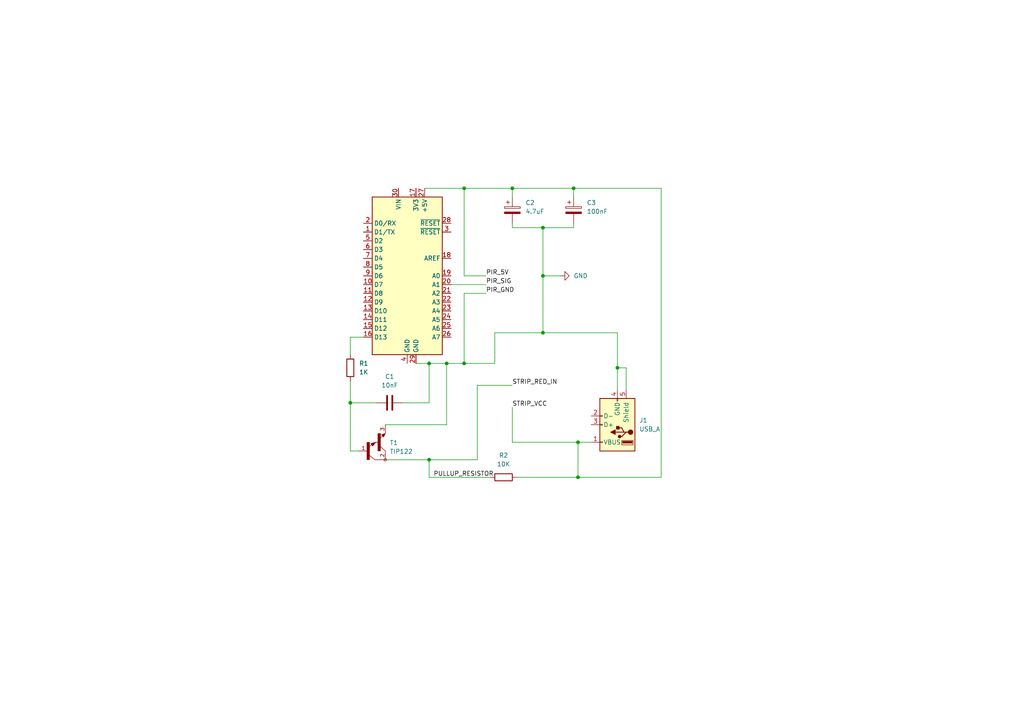
<source format=kicad_sch>
(kicad_sch (version 20231120) (generator "eeschema") (generator_version "8.0")
  (paper "A4")
  (lib_symbols
    (symbol "Connector:USB_A" (pin_names (offset 1.016))
      (property "Reference" "J" (at -5.08 11.43 0))
      (property "Value" "USB_A" (at -5.08 8.89 0))
      (symbol "USB_A_0_1"
        (rectangle (start -5.08 -7.62) (end 5.08 7.62) (stroke (width 0.254)) (fill (type background)))
        (circle (center -3.81 2.159) (radius 0.635) (stroke (width 0.254)) (fill (type outline)))
        (rectangle (start -1.524 4.826) (end -4.318 5.334) (fill (type outline)))
        (rectangle (start -1.27 4.572) (end -4.572 5.842))
        (circle (center -0.635 3.429) (radius 0.381) (stroke (width 0.254)) (fill (type outline)))
        (rectangle (start -0.127 -7.62) (end 0.127 -6.858))
        (polyline (pts (xy -3.175 2.159) (xy -2.54 2.159) (xy -1.27 3.429) (xy -0.635 3.429)) (stroke (width 0.254)))
        (polyline (pts (xy -2.54 2.159) (xy -1.905 2.159) (xy -1.27 0.889) (xy 0 0.889)) (stroke (width 0.254)))
        (polyline (pts (xy 0.635 2.794) (xy 0.635 1.524) (xy 1.905 2.159) (xy 0.635 2.794)) (stroke (width 0.254)) (fill (type outline)))
        (rectangle (start 0.254 1.27) (end -0.508 0.508) (stroke (width 0.254)) (fill (type outline)))
        (rectangle (start 5.08 -2.667) (end 4.318 -2.413))
        (rectangle (start 5.08 -0.127) (end 4.318 0.127))
        (rectangle (start 5.08 4.953) (end 4.318 5.207))
      )
      (symbol "USB_A_1_1"
        (polyline (pts (xy -1.905 2.159) (xy 0.635 2.159)) (stroke (width 0.254)))
        (pin power_in line (at 7.62 5.08 180) (length 2.54) (name "VBUS") (number "1"))
        (pin bidirectional line (at 7.62 -2.54 180) (length 2.54) (name "D-") (number "2"))
        (pin bidirectional line (at 7.62 0 180) (length 2.54) (name "D+") (number "3"))
        (pin power_in line (at 0 -10.16 90) (length 2.54) (name "GND") (number "4"))
        (pin passive line (at -2.54 -10.16 90) (length 2.54) (name "Shield") (number "5"))
      )
    )
    (symbol "Device:C" (pin_numbers hide) (pin_names (offset 0.254))
      (property "Reference" "C" (at 0.635 2.54 0))
      (property "Value" "C" (at 0.635 -2.54 0))
      (symbol "C_0_1"
        (polyline (pts (xy -2.032 -0.762) (xy 2.032 -0.762)) (stroke (width 0.508)))
        (polyline (pts (xy -2.032 0.762) (xy 2.032 0.762)) (stroke (width 0.508)))
      )
      (symbol "C_1_1"
        (pin passive line (at 0 3.81 270) (length 2.794) (name "~") (number "1"))
        (pin passive line (at 0 -3.81 90) (length 2.794) (name "~") (number "2"))
      )
    )
    (symbol "Device:C_Polarized" (pin_numbers hide) (pin_names (offset 0.254))
      (property "Reference" "C" (at 0.635 2.54 0))
      (property "Value" "C_Polarized" (at 0.635 -2.54 0))
      (symbol "C_Polarized_0_1"
        (rectangle (start -2.286 0.508) (end 2.286 1.016))
        (polyline (pts (xy -1.778 2.286) (xy -0.762 2.286)))
        (polyline (pts (xy -1.27 2.794) (xy -1.27 1.778)))
        (rectangle (start 2.286 -0.508) (end -2.286 -1.016) (fill (type outline)))
      )
      (symbol "C_Polarized_1_1"
        (pin passive line (at 0 3.81 270) (length 2.794) (name "~") (number "1"))
        (pin passive line (at 0 -3.81 90) (length 2.794) (name "~") (number "2"))
      )
    )
    (symbol "Device:R" (pin_numbers hide) (pin_names (offset 0))
      (property "Reference" "R" (at 2.032 0 90))
      (property "Value" "R" (at 0 0 90))
      (symbol "R_0_1"
        (rectangle (start -1.016 -2.54) (end 1.016 2.54) (stroke (width 0.254)))
      )
      (symbol "R_1_1"
        (pin passive line (at 0 3.81 270) (length 1.27) (name "~") (number "1"))
        (pin passive line (at 0 -3.81 90) (length 1.27) (name "~") (number "2"))
      )
    )
    (symbol "MCU_Module:Arduino_Nano_v3.x"
      (property "Reference" "A" (at -10.16 23.495 0))
      (property "Value" "Arduino_Nano_v3.x" (at 5.08 -24.13 0))
      (symbol "Arduino_Nano_v3.x_0_1"
        (rectangle (start -10.16 22.86) (end 10.16 -22.86) (stroke (width 0.254)) (fill (type background)))
      )
      (symbol "Arduino_Nano_v3.x_1_1"
        (pin bidirectional line (at -12.7 12.7 0) (length 2.54) (name "D1/TX") (number "1"))
        (pin bidirectional line (at -12.7 -2.54 0) (length 2.54) (name "D7") (number "10"))
        (pin bidirectional line (at -12.7 -5.08 0) (length 2.54) (name "D8") (number "11"))
        (pin bidirectional line (at -12.7 -7.62 0) (length 2.54) (name "D9") (number "12"))
        (pin bidirectional line (at -12.7 -10.16 0) (length 2.54) (name "D10") (number "13"))
        (pin bidirectional line (at -12.7 -12.7 0) (length 2.54) (name "D11") (number "14"))
        (pin bidirectional line (at -12.7 -15.24 0) (length 2.54) (name "D12") (number "15"))
        (pin bidirectional line (at -12.7 -17.78 0) (length 2.54) (name "D13") (number "16"))
        (pin power_out line (at 2.54 25.4 270) (length 2.54) (name "3V3") (number "17"))
        (pin input line (at 12.7 5.08 180) (length 2.54) (name "AREF") (number "18"))
        (pin bidirectional line (at 12.7 0 180) (length 2.54) (name "A0") (number "19"))
        (pin bidirectional line (at -12.7 15.24 0) (length 2.54) (name "D0/RX") (number "2"))
        (pin bidirectional line (at 12.7 -2.54 180) (length 2.54) (name "A1") (number "20"))
        (pin bidirectional line (at 12.7 -5.08 180) (length 2.54) (name "A2") (number "21"))
        (pin bidirectional line (at 12.7 -7.62 180) (length 2.54) (name "A3") (number "22"))
        (pin bidirectional line (at 12.7 -10.16 180) (length 2.54) (name "A4") (number "23"))
        (pin bidirectional line (at 12.7 -12.7 180) (length 2.54) (name "A5") (number "24"))
        (pin bidirectional line (at 12.7 -15.24 180) (length 2.54) (name "A6") (number "25"))
        (pin bidirectional line (at 12.7 -17.78 180) (length 2.54) (name "A7") (number "26"))
        (pin power_out line (at 5.08 25.4 270) (length 2.54) (name "+5V") (number "27"))
        (pin input line (at 12.7 15.24 180) (length 2.54) (name "~{RESET}") (number "28"))
        (pin power_in line (at 2.54 -25.4 90) (length 2.54) (name "GND") (number "29"))
        (pin input line (at 12.7 12.7 180) (length 2.54) (name "~{RESET}") (number "3"))
        (pin power_in line (at -2.54 25.4 270) (length 2.54) (name "VIN") (number "30"))
        (pin power_in line (at 0 -25.4 90) (length 2.54) (name "GND") (number "4"))
        (pin bidirectional line (at -12.7 10.16 0) (length 2.54) (name "D2") (number "5"))
        (pin bidirectional line (at -12.7 7.62 0) (length 2.54) (name "D3") (number "6"))
        (pin bidirectional line (at -12.7 5.08 0) (length 2.54) (name "D4") (number "7"))
        (pin bidirectional line (at -12.7 2.54 0) (length 2.54) (name "D5") (number "8"))
        (pin bidirectional line (at -12.7 0 0) (length 2.54) (name "D6") (number "9"))
      )
    )
    (symbol "TIP122:TIP122" (pin_names (offset 1.016))
      (property "Reference" "T" (at -6.3504 7.6205 0))
      (property "Value" "TIP122" (at -4.0719 5.0899 0))
      (symbol "TIP122_0_0"
        (rectangle (start -0.2544 -2.5438) (end 0.508 2.54) (stroke (width 0.1)) (fill (type outline)))
        (polyline (pts (xy 0.916 -2.186) (xy 1.424 -1.424)) (stroke (width 0.1524)))
        (polyline (pts (xy 1.016 -2.159) (xy 2.032 -2.413)) (stroke (width 0.127)))
        (polyline (pts (xy 1.143 -2.032) (xy 1.905 -2.286)) (stroke (width 0.254)))
        (polyline (pts (xy 1.186 -1.84) (xy 0.208 -1.197)) (stroke (width 0.1524)))
        (polyline (pts (xy 1.397 -1.778) (xy 1.397 -1.905)) (stroke (width 0.254)))
        (polyline (pts (xy 1.397 -1.651) (xy 1.143 -2.032)) (stroke (width 0.127)))
        (polyline (pts (xy 1.397 -1.524) (xy 1.016 -2.159)) (stroke (width 0.127)))
        (polyline (pts (xy 1.424 -1.424) (xy 2.286 -2.54)) (stroke (width 0.1524)))
        (polyline (pts (xy 1.905 -2.286) (xy 1.397 -1.778)) (stroke (width 0.254)))
        (polyline (pts (xy 2.032 -2.413) (xy 1.397 -1.651)) (stroke (width 0.127)))
        (polyline (pts (xy 2.032 2.54) (xy 0.508 1.27)) (stroke (width 0.1524)))
        (polyline (pts (xy 2.159 -2.413) (xy 1.397 -1.524)) (stroke (width 0.127)))
        (polyline (pts (xy 2.286 -2.54) (xy 0.916 -2.186)) (stroke (width 0.1524)))
        (polyline (pts (xy 2.921 -2.54) (xy 2.286 -2.54)) (stroke (width 0.1524)))
        (polyline (pts (xy 3.964 -4.699) (xy 4.572 -4.064)) (stroke (width 0.1524)))
        (polyline (pts (xy 4.064 -4.699) (xy 4.826 -4.953)) (stroke (width 0.127)))
        (polyline (pts (xy 4.191 -4.699) (xy 4.699 -4.826)) (stroke (width 0.254)))
        (polyline (pts (xy 4.28 -4.38) (xy 3.483 -3.61)) (stroke (width 0.1524)))
        (polyline (pts (xy 4.572 -4.572) (xy 4.445 -4.572)) (stroke (width 0.254)))
        (polyline (pts (xy 4.572 -4.318) (xy 4.191 -4.699)) (stroke (width 0.254)))
        (polyline (pts (xy 4.572 -4.191) (xy 4.064 -4.699)) (stroke (width 0.127)))
        (polyline (pts (xy 4.572 -4.064) (xy 5.08 -5.08)) (stroke (width 0.1524)))
        (polyline (pts (xy 4.699 -4.826) (xy 4.572 -4.572)) (stroke (width 0.254)))
        (polyline (pts (xy 4.826 -4.953) (xy 4.572 -4.318)) (stroke (width 0.127)))
        (polyline (pts (xy 4.953 -4.953) (xy 4.572 -4.191)) (stroke (width 0.127)))
        (polyline (pts (xy 5.08 -5.08) (xy 3.964 -4.699)) (stroke (width 0.1524)))
        (polyline (pts (xy 5.08 0) (xy 3.683 -1.27)) (stroke (width 0.1524)))
        (polyline (pts (xy 5.08 2.54) (xy 2.032 2.54)) (stroke (width 0.1524)))
        (rectangle (start 2.924 -5.0853) (end 3.683 0) (stroke (width 0.1)) (fill (type outline)))
        (circle (center 5.08 2.54) (radius 0.381))
        (pin passive line (at -2.54 0 0) (length 2.54) (name "~") (number "1"))
        (pin passive line (at 5.08 2.54 270) (length 2.54) (name "~") (number "2"))
        (pin passive line (at 5.08 -7.62 90) (length 2.54) (name "~") (number "3"))
      )
    )
    (symbol "power:GND" (power) (pin_numbers hide) (pin_names (offset 0) hide)
      (property "Value" "GND" (at 0 -3.81 0))
      (symbol "GND_0_1"
        (polyline (pts (xy 0 0) (xy 0 -1.27) (xy 1.27 -1.27) (xy 0 -2.54) (xy -1.27 -1.27) (xy 0 -1.27)))
      )
      (symbol "GND_1_1"
        (pin power_in line (at 0 0 270) (length 0) (name "~") (number "1"))
      )
    )
  )
  (junction (at 166.37 54.61))
  (junction (at 179.07 106.68))
  (junction (at 157.48 66.04))
  (junction (at 148.59 54.61))
  (junction (at 134.62 105.41))
  (junction (at 101.6 116.84))
  (junction (at 124.46 105.41))
  (junction (at 167.64 138.43))
  (junction (at 157.48 80.01))
  (junction (at 157.48 96.52))
  (junction (at 129.54 105.41))
  (junction (at 124.46 133.35))
  (junction (at 167.64 128.27))
  (junction (at 134.62 54.61))
  (wire (pts (xy 166.37 66.04) (xy 166.37 64.77)))
  (wire (pts (xy 138.43 133.35) (xy 138.43 111.76)))
  (wire (pts (xy 181.61 113.03) (xy 181.61 106.68)))
  (wire (pts (xy 143.51 105.41) (xy 134.62 105.41)))
  (wire (pts (xy 148.59 54.61) (xy 134.62 54.61)))
  (wire (pts (xy 134.62 85.09) (xy 140.97 85.09)))
  (wire (pts (xy 148.59 57.15) (xy 148.59 54.61)))
  (wire (pts (xy 129.54 123.19) (xy 111.76 123.19)))
  (wire (pts (xy 130.81 82.55) (xy 140.97 82.55)))
  (wire (pts (xy 149.86 138.43) (xy 167.64 138.43)))
  (wire (pts (xy 143.51 96.52) (xy 143.51 105.41)))
  (wire (pts (xy 124.46 105.41) (xy 124.46 116.84)))
  (wire (pts (xy 129.54 105.41) (xy 134.62 105.41)))
  (wire (pts (xy 166.37 57.15) (xy 166.37 54.61)))
  (wire (pts (xy 191.77 138.43) (xy 191.77 54.61)))
  (wire (pts (xy 124.46 138.43) (xy 124.46 133.35)))
  (wire (pts (xy 124.46 133.35) (xy 138.43 133.35)))
  (wire (pts (xy 116.84 116.84) (xy 124.46 116.84)))
  (wire (pts (xy 111.76 133.35) (xy 124.46 133.35)))
  (wire (pts (xy 148.59 118.11) (xy 148.59 128.27)))
  (wire (pts (xy 157.48 66.04) (xy 166.37 66.04)))
  (wire (pts (xy 142.24 138.43) (xy 124.46 138.43)))
  (wire (pts (xy 191.77 54.61) (xy 166.37 54.61)))
  (wire (pts (xy 123.19 54.61) (xy 134.62 54.61)))
  (wire (pts (xy 104.14 130.81) (xy 101.6 130.81)))
  (wire (pts (xy 105.41 97.79) (xy 101.6 97.79)))
  (wire (pts (xy 157.48 66.04) (xy 157.48 80.01)))
  (wire (pts (xy 167.64 138.43) (xy 191.77 138.43)))
  (wire (pts (xy 101.6 116.84) (xy 101.6 130.81)))
  (wire (pts (xy 157.48 80.01) (xy 157.48 96.52)))
  (wire (pts (xy 120.65 105.41) (xy 124.46 105.41)))
  (wire (pts (xy 179.07 106.68) (xy 179.07 96.52)))
  (wire (pts (xy 101.6 110.49) (xy 101.6 116.84)))
  (wire (pts (xy 101.6 97.79) (xy 101.6 102.87)))
  (wire (pts (xy 124.46 105.41) (xy 129.54 105.41)))
  (wire (pts (xy 167.64 128.27) (xy 171.45 128.27)))
  (wire (pts (xy 181.61 106.68) (xy 179.07 106.68)))
  (wire (pts (xy 134.62 105.41) (xy 134.62 85.09)))
  (wire (pts (xy 162.56 80.01) (xy 157.48 80.01)))
  (wire (pts (xy 166.37 54.61) (xy 148.59 54.61)))
  (wire (pts (xy 134.62 80.01) (xy 140.97 80.01)))
  (wire (pts (xy 148.59 128.27) (xy 167.64 128.27)))
  (wire (pts (xy 109.22 116.84) (xy 101.6 116.84)))
  (wire (pts (xy 167.64 128.27) (xy 167.64 138.43)))
  (wire (pts (xy 157.48 96.52) (xy 143.51 96.52)))
  (wire (pts (xy 179.07 96.52) (xy 157.48 96.52)))
  (wire (pts (xy 138.43 111.76) (xy 148.59 111.76)))
  (wire (pts (xy 179.07 113.03) (xy 179.07 106.68)))
  (wire (pts (xy 148.59 64.77) (xy 148.59 66.04)))
  (wire (pts (xy 134.62 54.61) (xy 134.62 80.01)))
  (wire (pts (xy 148.59 66.04) (xy 157.48 66.04)))
  (wire (pts (xy 129.54 105.41) (xy 129.54 123.19)))
  (label "PIR_SIG" (at 140.97 82.55 0))
  (label "PIR_GND" (at 140.97 85.09 0))
  (label "STRIP_RED_IN" (at 148.59 111.76 0))
  (label "PULLUP_RESISTOR" (at 125.73 138.43 0))
  (label "STRIP_VCC" (at 148.59 118.11 0))
  (label "PIR_5V" (at 140.97 80.01 0))
  (symbol (lib_id "power:GND") (at 162.56 80.01 90) (unit 1)
    (property "Reference" "#PWR01" (effects (hide yes)))
    (property "Value" "GND" (at 166.37 80.0099 90) (effects (justify right)))
    (property "Description" "Power symbol creates a global label with name \"GND\" , ground" (effects (hide yes)))
  )
  (symbol (lib_id "Device:C_Polarized") (at 148.59 60.96 0) (unit 1)
    (property "Reference" "C2" (at 152.4 58.8009 0) (effects (justify left)))
    (property "Value" "4.7uF" (at 152.4 61.3409 0) (effects (justify left)))
    (property "Description" "Polarized capacitor" (effects (hide yes)))
  )
  (symbol (lib_id "Device:C") (at 113.03 116.84 90) (unit 1)
    (property "Reference" "C1" (at 113.03 109.22 90))
    (property "Value" "10nF" (at 113.03 111.76 90))
    (property "Description" "Unpolarized capacitor" (effects (hide yes)))
  )
  (symbol (lib_id "Connector:USB_A") (at 179.07 123.19 180) (unit 1)
    (property "Reference" "J1" (at 185.42 121.9199 0) (effects (justify right)))
    (property "Value" "USB_A" (at 185.42 124.4599 0) (effects (justify right)))
    (property "Description" "USB Type A connector" (effects (hide yes)))
  )
  (symbol (lib_id "TIP122:TIP122") (at 106.68 130.81 0) (mirror x) (unit 1)
    (property "Reference" "T1" (at 113.03 128.4223 0) (effects (justify left)))
    (property "Value" "TIP122" (at 113.03 130.9623 0) (effects (justify left)))
    (property "Footprint" "TIP122:TO220" (effects (hide yes)))
    (property "MF" "ON Semiconductor" (effects (hide yes)))
    (property "Description_1" "\nBipolar (BJT) Transistor NPN - Darlington 100 V 5 A - 2 W Through Hole TO-220-3\n" (effects (hide yes)))
    (property "Package" "TO-220-3 ON Semiconductor" (effects (hide yes)))
    (property "Price" "None" (effects (hide yes)))
    (property "SnapEDA_Link" "https://www.snapeda.com/parts/TIP122/Onsemi/view-part/?ref=snap" (effects (hide yes)))
    (property "MP" "TIP122" (effects (hide yes)))
    (property "Purchase-URL" "https://www.snapeda.com/api/url_track_click_mouser/?unipart_id=550441&manufacturer=ON Semiconductor&part_name=TIP122&search_term=None" (effects (hide yes)))
    (property "Availability" "In Stock" (effects (hide yes)))
    (property "Check_prices" "https://www.snapeda.com/parts/TIP122/Onsemi/view-part/?ref=eda" (effects (hide yes)))
  )
  (symbol (lib_id "MCU_Module:Arduino_Nano_v3.x") (at 118.11 80.01 0) (unit 1)
    (property "Reference" "A1" (effects (hide yes)))
    (property "Value" "Arduino_Nano_v3.x" (effects (hide yes)))
    (property "Footprint" "Module:Arduino_Nano" (effects (hide yes)))
    (property "Datasheet" "http://www.mouser.com/pdfdocs/Gravitech_Arduino_Nano3_0.pdf" (effects (hide yes)))
    (property "Description" "Arduino Nano v3.x" (effects (hide yes)))
  )
  (symbol (lib_id "Device:R") (at 146.05 138.43 90) (unit 1)
    (property "Reference" "R2" (at 146.05 132.08 90))
    (property "Value" "10K" (at 146.05 134.62 90))
    (property "Description" "Resistor" (effects (hide yes)))
  )
  (symbol (lib_id "Device:R") (at 101.6 106.68 0) (unit 1)
    (property "Reference" "R1" (at 104.14 105.4099 0) (effects (justify left)))
    (property "Value" "1K" (at 104.14 107.9499 0) (effects (justify left)))
    (property "Footprint" "Resistor_THT:R_Axial_DIN0207_L6.3mm_D2.5mm_P10.16mm_Horizontal" (effects (hide yes)))
    (property "Description" "Resistor" (effects (hide yes)))
  )
  (symbol (lib_id "Device:C_Polarized") (at 166.37 60.96 0) (unit 1)
    (property "Reference" "C3" (at 170.18 58.8009 0) (effects (justify left)))
    (property "Value" "100nF" (at 170.18 61.3409 0) (effects (justify left)))
    (property "Description" "Polarized capacitor" (effects (hide yes)))
  )
)
</source>
